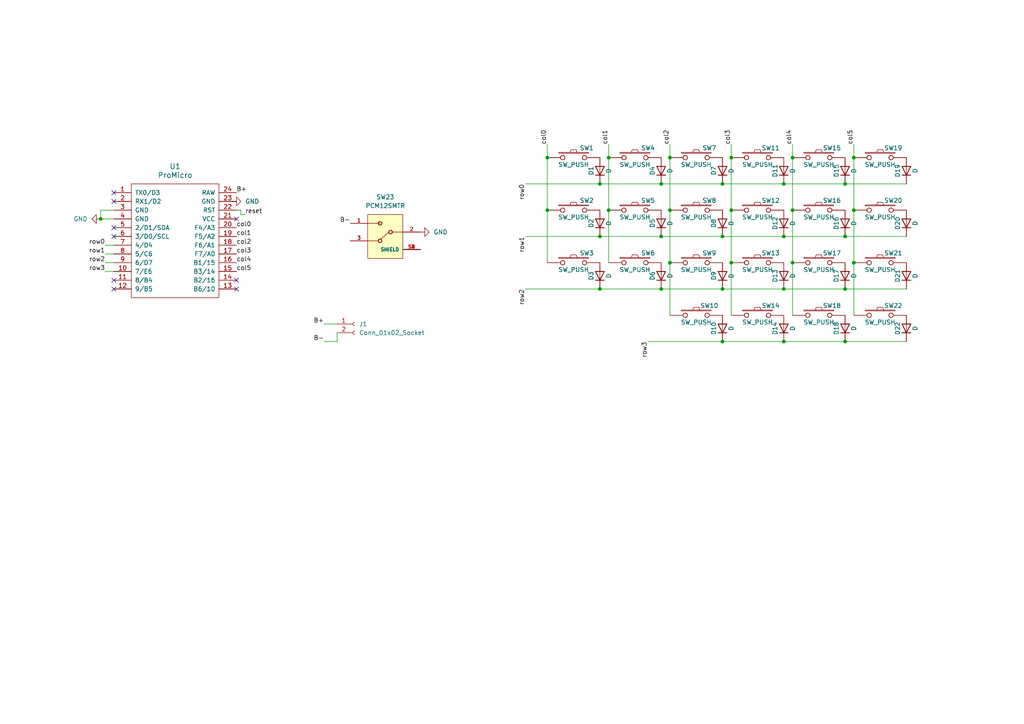
<source format=kicad_sch>
(kicad_sch (version 20231120) (generator "eeschema") (generator_version "8.0")
  (paper "A4")
  (lib_symbols
    (symbol "Connector:Conn_01x02_Socket" (pin_names (offset 1.016) hide)
      (property "Reference" "J" (at 0 2.54 0))
      (property "Value" "Conn_01x02_Socket" (at 0 -5.08 0))
      (symbol "Conn_01x02_Socket_1_1"
        (arc (start 0 -2.032) (mid -0.5058 -2.54) (end 0 -3.048) (stroke (width 0.1524)))
        (polyline (pts (xy -1.27 -2.54) (xy -0.508 -2.54)) (stroke (width 0.1524)))
        (polyline (pts (xy -1.27 0) (xy -0.508 0)) (stroke (width 0.1524)))
        (arc (start 0 0.508) (mid -0.5058 0) (end 0 -0.508) (stroke (width 0.1524)))
        (pin passive line (at -5.08 0 0) (length 3.81) (name "Pin_1") (number "1"))
        (pin passive line (at -5.08 -2.54 0) (length 3.81) (name "Pin_2") (number "2"))
      )
    )
    (symbol "Device:D" (pin_numbers hide) (pin_names (offset 1.016) hide)
      (property "Reference" "D" (at 0 2.54 0))
      (property "Value" "D" (at 0 -2.54 0))
      (symbol "D_0_1"
        (polyline (pts (xy -1.27 1.27) (xy -1.27 -1.27)) (stroke (width 0.254)))
        (polyline (pts (xy 1.27 0) (xy -1.27 0)))
        (polyline (pts (xy 1.27 1.27) (xy 1.27 -1.27) (xy -1.27 0) (xy 1.27 1.27)) (stroke (width 0.254)))
      )
      (symbol "D_1_1"
        (pin passive line (at -3.81 0 0) (length 2.54) (name "K") (number "1"))
        (pin passive line (at 3.81 0 180) (length 2.54) (name "A") (number "2"))
      )
    )
    (symbol "PCM_PCM12SMTR:PCM12SMTR" (pin_names (offset 1.016))
      (property "Reference" "SW" (at -5.0844 5.3386 0))
      (property "Value" "PCM12SMTR" (at -5.1814 -9.6619 0))
      (symbol "PCM12SMTR_0_0"
        (rectangle (start -5.08 -7.62) (end 5.08 5.08) (stroke (width 0.1524)) (fill (type background)))
        (circle (center -1.524 -2.54) (radius 0.508) (stroke (width 0.254)))
        (circle (center -1.524 2.54) (radius 0.508) (stroke (width 0.254)))
        (polyline (pts (xy -5.08 -2.54) (xy -2.032 -2.54)) (stroke (width 0.1524)))
        (polyline (pts (xy -5.08 2.54) (xy -1.524 2.54)) (stroke (width 0.1524)))
        (polyline (pts (xy 1.016 0) (xy -1.27 -2.032)) (stroke (width 0.1524)))
        (polyline (pts (xy 2.032 0) (xy 5.08 0)) (stroke (width 0.1524)))
        (circle (center 1.524 0) (radius 0.508) (stroke (width 0.254)))
        (pin passive line (at -10.16 2.54 0) (length 5.08) (name "~") (number "1"))
        (pin passive line (at 10.16 0 180) (length 5.08) (name "~") (number "2"))
        (pin passive line (at -10.16 -2.54 0) (length 5.08) (name "~") (number "3"))
        (pin passive line (at 10.16 -5.08 180) (length 5.08) (name "SHIELD") (number "S1"))
        (pin passive line (at 10.16 -5.08 180) (length 5.08) (name "SHIELD") (number "S2"))
        (pin passive line (at 10.16 -5.08 180) (length 5.08) (name "SHIELD") (number "S3"))
        (pin passive line (at 10.16 -5.08 180) (length 5.08) (name "SHIELD") (number "S4"))
      )
    )
    (symbol "corne-chocolate-rescue:SW_PUSH-kbd" (pin_numbers hide) (pin_names (offset 1.016) hide)
      (property "Reference" "SW" (at 3.81 2.794 0))
      (property "Value" "SW_PUSH-kbd" (at 0 -2.032 0))
      (symbol "SW_PUSH-kbd_0_1"
        (rectangle (start -4.318 1.27) (end 4.318 1.524))
        (polyline (pts (xy -1.016 1.524) (xy -0.762 2.286) (xy 0.762 2.286) (xy 1.016 1.524)))
        (pin passive inverted (at -7.62 0 0) (length 5.08) (name "1") (number "1"))
        (pin passive inverted (at 7.62 0 180) (length 5.08) (name "2") (number "2"))
      )
    )
    (symbol "kbd:ProMicro" (pin_names (offset 1.016))
      (property "Reference" "U" (at 0 19.05 0))
      (property "Value" "ProMicro" (at 0 -19.05 0))
      (symbol "ProMicro_0_1"
        (rectangle (start -12.7 16.51) (end 12.7 -16.51))
      )
      (symbol "ProMicro_1_1"
        (pin bidirectional line (at -17.78 13.97 0) (length 5.08) (name "TX0/D3") (number "1"))
        (pin bidirectional line (at -17.78 -8.89 0) (length 5.08) (name "7/E6") (number "10"))
        (pin bidirectional line (at -17.78 -11.43 0) (length 5.08) (name "8/B4") (number "11"))
        (pin bidirectional line (at -17.78 -13.97 0) (length 5.08) (name "9/B5") (number "12"))
        (pin bidirectional line (at 17.78 -13.97 180) (length 5.08) (name "B6/10") (number "13"))
        (pin bidirectional line (at 17.78 -11.43 180) (length 5.08) (name "B2/16") (number "14"))
        (pin bidirectional line (at 17.78 -8.89 180) (length 5.08) (name "B3/14") (number "15"))
        (pin bidirectional line (at 17.78 -6.35 180) (length 5.08) (name "B1/15") (number "16"))
        (pin bidirectional line (at 17.78 -3.81 180) (length 5.08) (name "F7/A0") (number "17"))
        (pin bidirectional line (at 17.78 -1.27 180) (length 5.08) (name "F6/A1") (number "18"))
        (pin bidirectional line (at 17.78 1.27 180) (length 5.08) (name "F5/A2") (number "19"))
        (pin bidirectional line (at -17.78 11.43 0) (length 5.08) (name "RX1/D2") (number "2"))
        (pin bidirectional line (at 17.78 3.81 180) (length 5.08) (name "F4/A3") (number "20"))
        (pin power_in line (at 17.78 6.35 180) (length 5.08) (name "VCC") (number "21"))
        (pin input line (at 17.78 8.89 180) (length 5.08) (name "RST") (number "22"))
        (pin power_in line (at 17.78 11.43 180) (length 5.08) (name "GND") (number "23"))
        (pin power_out line (at 17.78 13.97 180) (length 5.08) (name "RAW") (number "24"))
        (pin power_in line (at -17.78 8.89 0) (length 5.08) (name "GND") (number "3"))
        (pin power_in line (at -17.78 6.35 0) (length 5.08) (name "GND") (number "4"))
        (pin bidirectional line (at -17.78 3.81 0) (length 5.08) (name "2/D1/SDA") (number "5"))
        (pin bidirectional line (at -17.78 1.27 0) (length 5.08) (name "3/D0/SCL") (number "6"))
        (pin bidirectional line (at -17.78 -1.27 0) (length 5.08) (name "4/D4") (number "7"))
        (pin bidirectional line (at -17.78 -3.81 0) (length 5.08) (name "5/C6") (number "8"))
        (pin bidirectional line (at -17.78 -6.35 0) (length 5.08) (name "6/D7") (number "9"))
      )
    )
    (symbol "power:GND" (power) (pin_numbers hide) (pin_names (offset 0) hide)
      (property "Value" "GND" (at 0 -3.81 0))
      (symbol "GND_0_1"
        (polyline (pts (xy 0 0) (xy 0 -1.27) (xy 1.27 -1.27) (xy 0 -2.54) (xy -1.27 -1.27) (xy 0 -1.27)))
      )
      (symbol "GND_1_1"
        (pin power_in line (at 0 0 270) (length 0) (name "~") (number "1"))
      )
    )
  )
  (junction (at 227.33 99.06))
  (junction (at 176.53 60.96))
  (junction (at 191.77 83.82))
  (junction (at 158.75 60.96))
  (junction (at 209.55 83.82))
  (junction (at 173.99 83.82))
  (junction (at 209.55 68.58))
  (junction (at 173.99 68.58))
  (junction (at 194.31 45.72))
  (junction (at 227.33 68.58))
  (junction (at 227.33 83.82))
  (junction (at 209.55 53.34))
  (junction (at 247.65 76.2))
  (junction (at 245.11 68.58))
  (junction (at 229.87 76.2))
  (junction (at 229.87 60.96))
  (junction (at 29.21 63.5))
  (junction (at 212.09 45.72))
  (junction (at 212.09 60.96))
  (junction (at 245.11 99.06))
  (junction (at 247.65 45.72))
  (junction (at 209.55 99.06))
  (junction (at 245.11 83.82))
  (junction (at 191.77 68.58))
  (junction (at 191.77 53.34))
  (junction (at 158.75 45.72))
  (junction (at 212.09 76.2))
  (junction (at 247.65 60.96))
  (junction (at 245.11 53.34))
  (junction (at 194.31 60.96))
  (junction (at 227.33 53.34))
  (junction (at 194.31 76.2))
  (junction (at 229.87 45.72))
  (junction (at 176.53 45.72))
  (junction (at 173.99 53.34))
  (no_connect (at 33.02 81.28))
  (no_connect (at 68.58 63.5))
  (no_connect (at 68.58 81.28))
  (no_connect (at 33.02 55.88))
  (no_connect (at 33.02 68.58))
  (no_connect (at 33.02 58.42))
  (no_connect (at 68.58 83.82))
  (no_connect (at 33.02 83.82))
  (no_connect (at 33.02 66.04))
  (wire (pts (xy 33.02 60.96) (xy 29.21 60.96)))
  (wire (pts (xy 30.48 76.2) (xy 33.02 76.2)))
  (wire (pts (xy 209.55 99.06) (xy 227.33 99.06)))
  (wire (pts (xy 93.98 93.98) (xy 97.79 93.98)))
  (wire (pts (xy 227.33 68.58) (xy 245.11 68.58)))
  (wire (pts (xy 152.4 68.58) (xy 173.99 68.58)))
  (wire (pts (xy 229.87 76.2) (xy 229.87 91.44)))
  (wire (pts (xy 194.31 60.96) (xy 194.31 76.2)))
  (wire (pts (xy 229.87 41.91) (xy 229.87 45.72)))
  (wire (pts (xy 29.21 60.96) (xy 29.21 63.5)))
  (wire (pts (xy 173.99 83.82) (xy 191.77 83.82)))
  (wire (pts (xy 247.65 41.91) (xy 247.65 45.72)))
  (wire (pts (xy 245.11 83.82) (xy 262.89 83.82)))
  (wire (pts (xy 29.21 63.5) (xy 33.02 63.5)))
  (wire (pts (xy 247.65 45.72) (xy 247.65 60.96)))
  (wire (pts (xy 158.75 60.96) (xy 158.75 76.2)))
  (wire (pts (xy 176.53 60.96) (xy 176.53 76.2)))
  (wire (pts (xy 194.31 76.2) (xy 194.31 91.44)))
  (wire (pts (xy 30.48 71.12) (xy 33.02 71.12)))
  (wire (pts (xy 97.79 99.06) (xy 97.79 96.52)))
  (wire (pts (xy 212.09 60.96) (xy 212.09 76.2)))
  (wire (pts (xy 227.33 83.82) (xy 245.11 83.82)))
  (wire (pts (xy 212.09 41.91) (xy 212.09 45.72)))
  (wire (pts (xy 187.96 99.06) (xy 209.55 99.06)))
  (wire (pts (xy 229.87 60.96) (xy 229.87 76.2)))
  (wire (pts (xy 247.65 76.2) (xy 247.65 91.44)))
  (wire (pts (xy 247.65 60.96) (xy 247.65 76.2)))
  (wire (pts (xy 158.75 41.91) (xy 158.75 45.72)))
  (wire (pts (xy 69.85 62.23) (xy 69.85 60.96)))
  (wire (pts (xy 191.77 68.58) (xy 209.55 68.58)))
  (wire (pts (xy 71.12 62.23) (xy 69.85 62.23)))
  (wire (pts (xy 173.99 68.58) (xy 191.77 68.58)))
  (wire (pts (xy 30.48 78.74) (xy 33.02 78.74)))
  (wire (pts (xy 245.11 99.06) (xy 262.89 99.06)))
  (wire (pts (xy 152.4 83.82) (xy 173.99 83.82)))
  (wire (pts (xy 227.33 99.06) (xy 245.11 99.06)))
  (wire (pts (xy 69.85 60.96) (xy 68.58 60.96)))
  (wire (pts (xy 194.31 41.91) (xy 194.31 45.72)))
  (wire (pts (xy 245.11 68.58) (xy 262.89 68.58)))
  (wire (pts (xy 176.53 45.72) (xy 176.53 60.96)))
  (wire (pts (xy 209.55 83.82) (xy 227.33 83.82)))
  (wire (pts (xy 93.98 99.06) (xy 97.79 99.06)))
  (wire (pts (xy 30.48 73.66) (xy 33.02 73.66)))
  (wire (pts (xy 67.31 58.42) (xy 68.58 58.42)))
  (wire (pts (xy 212.09 76.2) (xy 212.09 91.44)))
  (wire (pts (xy 245.11 53.34) (xy 262.89 53.34)))
  (wire (pts (xy 173.99 53.34) (xy 191.77 53.34)))
  (wire (pts (xy 152.4 53.34) (xy 173.99 53.34)))
  (wire (pts (xy 229.87 45.72) (xy 229.87 60.96)))
  (wire (pts (xy 209.55 53.34) (xy 227.33 53.34)))
  (wire (pts (xy 194.31 45.72) (xy 194.31 60.96)))
  (wire (pts (xy 212.09 45.72) (xy 212.09 60.96)))
  (wire (pts (xy 191.77 83.82) (xy 209.55 83.82)))
  (wire (pts (xy 209.55 68.58) (xy 227.33 68.58)))
  (wire (pts (xy 158.75 45.72) (xy 158.75 60.96)))
  (wire (pts (xy 191.77 53.34) (xy 209.55 53.34)))
  (wire (pts (xy 176.53 41.91) (xy 176.53 45.72)))
  (wire (pts (xy 227.33 53.34) (xy 245.11 53.34)))
  (label "col2" (at 68.58 71.12 0))
  (label "col3" (at 212.09 41.91 90))
  (label "col1" (at 68.58 68.58 0))
  (label "row3" (at 30.48 78.74 180))
  (label "col0" (at 158.75 41.91 90))
  (label "col2" (at 194.31 41.91 90))
  (label "col1" (at 176.53 41.91 90))
  (label "row2" (at 152.4 83.82 270))
  (label "row1" (at 30.48 73.66 180))
  (label "row0" (at 30.48 71.12 180))
  (label "col0" (at 68.58 66.04 0))
  (label "col4" (at 229.87 41.91 90))
  (label "col5" (at 247.65 41.91 90))
  (label "col4" (at 68.58 76.2 0))
  (label "col3" (at 68.58 73.66 0))
  (label "B-" (at 93.98 99.06 180))
  (label "row0" (at 152.4 53.34 270))
  (label "B-" (at 101.6 64.77 180))
  (label "row2" (at 30.48 76.2 180))
  (label "col5" (at 68.58 78.74 0))
  (label "B+" (at 93.98 93.98 180))
  (label "reset" (at 71.12 62.23 0))
  (label "B+" (at 68.58 55.88 0))
  (label "row3" (at 187.96 99.06 270))
  (label "row1" (at 152.4 68.58 270))
  (symbol (lib_id "Device:D") (at 191.77 64.77 90) (unit 1)
    (property "Reference" "D5" (at 189.23 64.77 0))
    (property "Value" "D" (at 194.31 64.77 0))
    (property "Footprint" "Diode_SMD:Nexperia_CFP3_SOD-123W" (effects (hide yes)))
  )
  (symbol (lib_id "Device:D") (at 191.77 80.01 90) (unit 1)
    (property "Reference" "D6" (at 189.23 80.01 0))
    (property "Value" "D" (at 194.31 80.01 0))
    (property "Footprint" "Diode_SMD:Nexperia_CFP3_SOD-123W" (effects (hide yes)))
  )
  (symbol (lib_id "kbd:ProMicro") (at 50.8 69.85 0) (unit 1)
    (property "Reference" "U1" (at 50.8 48.26 0) (effects (font (size 1.524 1.524))))
    (property "Value" "ProMicro" (at 50.8 50.8 0) (effects (font (size 1.524 1.524))))
    (property "Footprint" "kbd:ProMicro" (effects (hide yes)))
  )
  (symbol (lib_id "Device:D") (at 227.33 80.01 90) (unit 1)
    (property "Reference" "D13" (at 224.79 80.01 0))
    (property "Value" "D" (at 229.87 80.01 0))
    (property "Footprint" "Diode_SMD:Nexperia_CFP3_SOD-123W" (effects (hide yes)))
  )
  (symbol (lib_id "Device:D") (at 227.33 95.25 90) (unit 1)
    (property "Reference" "D14" (at 224.79 95.25 0))
    (property "Value" "D" (at 229.87 95.25 0))
    (property "Footprint" "Diode_SMD:Nexperia_CFP3_SOD-123W" (effects (hide yes)))
  )
  (symbol (lib_id "corne-chocolate-rescue:SW_PUSH-kbd") (at 237.49 60.96 0) (unit 1)
    (property "Reference" "SW16" (at 241.3 58.166 0))
    (property "Value" "SW_PUSH" (at 237.49 62.992 0))
    (property "Footprint" "kbd:keyswitch_choc12_hotswap_1u" (effects (hide yes)))
  )
  (symbol (lib_id "corne-chocolate-rescue:SW_PUSH-kbd") (at 255.27 76.2 0) (unit 1)
    (property "Reference" "SW21" (at 259.08 73.406 0))
    (property "Value" "SW_PUSH" (at 255.27 78.232 0))
    (property "Footprint" "kbd:keyswitch_choc12_hotswap_1u" (effects (hide yes)))
  )
  (symbol (lib_id "corne-chocolate-rescue:SW_PUSH-kbd") (at 219.71 91.44 0) (unit 1)
    (property "Reference" "SW14" (at 223.52 88.646 0))
    (property "Value" "SW_PUSH" (at 219.71 93.472 0))
    (property "Footprint" "kbd:keyswitch_choc12_hotswap_1u" (effects (hide yes)))
  )
  (symbol (lib_id "Device:D") (at 173.99 49.53 90) (unit 1)
    (property "Reference" "D1" (at 171.45 49.53 0))
    (property "Value" "D" (at 176.53 49.53 0))
    (property "Footprint" "Diode_SMD:Nexperia_CFP3_SOD-123W" (effects (hide yes)))
  )
  (symbol (lib_id "corne-chocolate-rescue:SW_PUSH-kbd") (at 166.37 60.96 0) (unit 1)
    (property "Reference" "SW2" (at 170.18 58.166 0))
    (property "Value" "SW_PUSH" (at 166.37 62.992 0))
    (property "Footprint" "kbd:keyswitch_choc12_hotswap_1u" (effects (hide yes)))
  )
  (symbol (lib_id "Device:D") (at 262.89 64.77 90) (unit 1)
    (property "Reference" "D20" (at 260.35 64.77 0))
    (property "Value" "D" (at 265.43 64.77 0))
    (property "Footprint" "Diode_SMD:Nexperia_CFP3_SOD-123W" (effects (hide yes)))
  )
  (symbol (lib_id "corne-chocolate-rescue:SW_PUSH-kbd") (at 255.27 45.72 0) (unit 1)
    (property "Reference" "SW19" (at 259.08 42.926 0))
    (property "Value" "SW_PUSH" (at 255.27 47.752 0))
    (property "Footprint" "kbd:keyswitch_choc12_hotswap_1u" (effects (hide yes)))
  )
  (symbol (lib_id "corne-chocolate-rescue:SW_PUSH-kbd") (at 219.71 60.96 0) (unit 1)
    (property "Reference" "SW12" (at 223.52 58.166 0))
    (property "Value" "SW_PUSH" (at 219.71 62.992 0))
    (property "Footprint" "kbd:keyswitch_choc12_hotswap_1u" (effects (hide yes)))
  )
  (symbol (lib_id "corne-chocolate-rescue:SW_PUSH-kbd") (at 255.27 91.44 0) (unit 1)
    (property "Reference" "SW22" (at 259.08 88.646 0))
    (property "Value" "SW_PUSH" (at 255.27 93.472 0))
    (property "Footprint" "kbd:keyswitch_choc12_hotswap_1u" (effects (hide yes)))
  )
  (symbol (lib_id "Device:D") (at 262.89 49.53 90) (unit 1)
    (property "Reference" "D19" (at 260.35 49.53 0))
    (property "Value" "D" (at 265.43 49.53 0))
    (property "Footprint" "Diode_SMD:Nexperia_CFP3_SOD-123W" (effects (hide yes)))
  )
  (symbol (lib_id "Device:D") (at 209.55 49.53 90) (unit 1)
    (property "Reference" "D7" (at 207.01 49.53 0))
    (property "Value" "D" (at 212.09 49.53 0))
    (property "Footprint" "Diode_SMD:Nexperia_CFP3_SOD-123W" (effects (hide yes)))
  )
  (symbol (lib_id "Device:D") (at 173.99 80.01 90) (unit 1)
    (property "Reference" "D3" (at 171.45 80.01 0))
    (property "Value" "D" (at 176.53 80.01 0))
    (property "Footprint" "Diode_SMD:Nexperia_CFP3_SOD-123W" (effects (hide yes)))
  )
  (symbol (lib_id "corne-chocolate-rescue:SW_PUSH-kbd") (at 184.15 45.72 0) (unit 1)
    (property "Reference" "SW4" (at 187.96 42.926 0))
    (property "Value" "SW_PUSH" (at 184.15 47.752 0))
    (property "Footprint" "kbd:keyswitch_choc12_hotswap_1u" (effects (hide yes)))
  )
  (symbol (lib_id "Device:D") (at 209.55 64.77 90) (unit 1)
    (property "Reference" "D8" (at 207.01 64.77 0))
    (property "Value" "D" (at 212.09 64.77 0))
    (property "Footprint" "Diode_SMD:Nexperia_CFP3_SOD-123W" (effects (hide yes)))
  )
  (symbol (lib_id "Device:D") (at 209.55 80.01 90) (unit 1)
    (property "Reference" "D9" (at 207.01 80.01 0))
    (property "Value" "D" (at 212.09 80.01 0))
    (property "Footprint" "Diode_SMD:Nexperia_CFP3_SOD-123W" (effects (hide yes)))
  )
  (symbol (lib_id "Device:D") (at 191.77 49.53 90) (unit 1)
    (property "Reference" "D4" (at 189.23 49.53 0))
    (property "Value" "D" (at 194.31 49.53 0))
    (property "Footprint" "Diode_SMD:Nexperia_CFP3_SOD-123W" (effects (hide yes)))
  )
  (symbol (lib_id "corne-chocolate-rescue:SW_PUSH-kbd") (at 166.37 45.72 0) (unit 1)
    (property "Reference" "SW1" (at 170.18 42.926 0))
    (property "Value" "SW_PUSH" (at 166.37 47.752 0))
    (property "Footprint" "kbd:keyswitch_choc12_hotswap_1u" (effects (hide yes)))
  )
  (symbol (lib_id "Connector:Conn_01x02_Socket") (at 102.87 93.98 0) (unit 1)
    (property "Reference" "J1" (at 104.14 93.9799 0) (effects (justify left)))
    (property "Value" "Conn_01x02_Socket" (at 104.14 96.5199 0) (effects (justify left)))
    (property "Footprint" "Connector_JST:JST_EH_S2B-EH_1x02_P2.50mm_Horizontal" (effects (hide yes)))
    (property "Description" "Generic connector, single row, 01x02, script generated" (effects (hide yes)))
  )
  (symbol (lib_id "corne-chocolate-rescue:SW_PUSH-kbd") (at 184.15 76.2 0) (unit 1)
    (property "Reference" "SW6" (at 187.96 73.406 0))
    (property "Value" "SW_PUSH" (at 184.15 78.232 0))
    (property "Footprint" "kbd:keyswitch_choc12_hotswap_1u" (effects (hide yes)))
  )
  (symbol (lib_id "corne-chocolate-rescue:SW_PUSH-kbd") (at 237.49 91.44 0) (unit 1)
    (property "Reference" "SW18" (at 241.3 88.646 0))
    (property "Value" "SW_PUSH" (at 237.49 93.472 0))
    (property "Footprint" "kbd:keyswitch_choc12_hotswap_1u" (effects (hide yes)))
  )
  (symbol (lib_id "corne-chocolate-rescue:SW_PUSH-kbd") (at 166.37 76.2 0) (unit 1)
    (property "Reference" "SW3" (at 170.18 73.406 0))
    (property "Value" "SW_PUSH" (at 166.37 78.232 0))
    (property "Footprint" "kbd:keyswitch_choc12_hotswap_1u" (effects (hide yes)))
  )
  (symbol (lib_id "Device:D") (at 227.33 49.53 90) (unit 1)
    (property "Reference" "D11" (at 224.79 49.53 0))
    (property "Value" "D" (at 229.87 49.53 0))
    (property "Footprint" "Diode_SMD:Nexperia_CFP3_SOD-123W" (effects (hide yes)))
  )
  (symbol (lib_id "corne-chocolate-rescue:SW_PUSH-kbd") (at 219.71 76.2 0) (unit 1)
    (property "Reference" "SW13" (at 223.52 73.406 0))
    (property "Value" "SW_PUSH" (at 219.71 78.232 0))
    (property "Footprint" "kbd:keyswitch_choc12_hotswap_1u" (effects (hide yes)))
  )
  (symbol (lib_id "power:GND") (at 67.31 58.42 90) (unit 1)
    (property "Reference" "#PWR05" (effects (hide yes)))
    (property "Value" "GND" (at 71.12 58.4199 90) (effects (justify right)))
    (property "Description" "Power symbol creates a global label with name \"GND\" , ground" (effects (hide yes)))
  )
  (symbol (lib_id "power:GND") (at 121.92 67.31 90) (unit 1)
    (property "Reference" "#PWR06" (effects (hide yes)))
    (property "Value" "GND" (at 125.73 67.3099 90) (effects (justify right)))
    (property "Description" "Power symbol creates a global label with name \"GND\" , ground" (effects (hide yes)))
  )
  (symbol (lib_id "corne-chocolate-rescue:SW_PUSH-kbd") (at 201.93 76.2 0) (unit 1)
    (property "Reference" "SW9" (at 205.74 73.406 0))
    (property "Value" "SW_PUSH" (at 201.93 78.232 0))
    (property "Footprint" "kbd:keyswitch_choc12_hotswap_1u" (effects (hide yes)))
  )
  (symbol (lib_id "Device:D") (at 173.99 64.77 90) (unit 1)
    (property "Reference" "D2" (at 171.45 64.77 0))
    (property "Value" "D" (at 176.53 64.77 0))
    (property "Footprint" "Diode_SMD:Nexperia_CFP3_SOD-123W" (effects (hide yes)))
  )
  (symbol (lib_id "Device:D") (at 245.11 95.25 90) (unit 1)
    (property "Reference" "D18" (at 242.57 95.25 0))
    (property "Value" "D" (at 247.65 95.25 0))
    (property "Footprint" "Diode_SMD:Nexperia_CFP3_SOD-123W" (effects (hide yes)))
  )
  (symbol (lib_id "corne-chocolate-rescue:SW_PUSH-kbd") (at 219.71 45.72 0) (unit 1)
    (property "Reference" "SW11" (at 223.52 42.926 0))
    (property "Value" "SW_PUSH" (at 219.71 47.752 0))
    (property "Footprint" "kbd:keyswitch_choc12_hotswap_1u" (effects (hide yes)))
  )
  (symbol (lib_id "corne-chocolate-rescue:SW_PUSH-kbd") (at 237.49 76.2 0) (unit 1)
    (property "Reference" "SW17" (at 241.3 73.406 0))
    (property "Value" "SW_PUSH" (at 237.49 78.232 0))
    (property "Footprint" "kbd:keyswitch_choc12_hotswap_1u" (effects (hide yes)))
  )
  (symbol (lib_id "Device:D") (at 245.11 49.53 90) (unit 1)
    (property "Reference" "D15" (at 242.57 49.53 0))
    (property "Value" "D" (at 247.65 49.53 0))
    (property "Footprint" "Diode_SMD:Nexperia_CFP3_SOD-123W" (effects (hide yes)))
  )
  (symbol (lib_id "power:GND") (at 29.21 63.5 270) (unit 1)
    (property "Reference" "#PWR04" (effects (hide yes)))
    (property "Value" "GND" (at 25.4 63.4999 90) (effects (justify right)))
    (property "Description" "Power symbol creates a global label with name \"GND\" , ground" (effects (hide yes)))
  )
  (symbol (lib_id "Device:D") (at 245.11 64.77 90) (unit 1)
    (property "Reference" "D16" (at 242.57 64.77 0))
    (property "Value" "D" (at 247.65 64.77 0))
    (property "Footprint" "Diode_SMD:Nexperia_CFP3_SOD-123W" (effects (hide yes)))
  )
  (symbol (lib_id "corne-chocolate-rescue:SW_PUSH-kbd") (at 201.93 45.72 0) (unit 1)
    (property "Reference" "SW7" (at 205.74 42.926 0))
    (property "Value" "SW_PUSH" (at 201.93 47.752 0))
    (property "Footprint" "kbd:keyswitch_choc12_hotswap_1u" (effects (hide yes)))
  )
  (symbol (lib_id "corne-chocolate-rescue:SW_PUSH-kbd") (at 255.27 60.96 0) (unit 1)
    (property "Reference" "SW20" (at 259.08 58.166 0))
    (property "Value" "SW_PUSH" (at 255.27 62.992 0))
    (property "Footprint" "kbd:keyswitch_choc12_hotswap_1u" (effects (hide yes)))
  )
  (symbol (lib_id "Device:D") (at 262.89 80.01 90) (unit 1)
    (property "Reference" "D21" (at 260.35 80.01 0))
    (property "Value" "D" (at 265.43 80.01 0))
    (property "Footprint" "Diode_SMD:Nexperia_CFP3_SOD-123W" (effects (hide yes)))
  )
  (symbol (lib_id "PCM_PCM12SMTR:PCM12SMTR") (at 111.76 67.31 0) (unit 1)
    (property "Reference" "SW23" (at 111.76 57.15 0))
    (property "Value" "PCM12SMTR" (at 111.76 59.69 0))
    (property "Footprint" "Button_Switch_SMD:SW_SPDT_PCM12" (effects (hide yes)))
    (property "STANDARD" "Manufacturer Recommendation" (effects (hide yes)))
    (property "MANUFACTURER" "C&K" (effects (hide yes)))
  )
  (symbol (lib_id "corne-chocolate-rescue:SW_PUSH-kbd") (at 201.93 60.96 0) (unit 1)
    (property "Reference" "SW8" (at 205.74 58.166 0))
    (property "Value" "SW_PUSH" (at 201.93 62.992 0))
    (property "Footprint" "kbd:keyswitch_choc12_hotswap_1u" (effects (hide yes)))
  )
  (symbol (lib_id "Device:D") (at 227.33 64.77 90) (unit 1)
    (property "Reference" "D12" (at 224.79 64.77 0))
    (property "Value" "D" (at 229.87 64.77 0))
    (property "Footprint" "Diode_SMD:Nexperia_CFP3_SOD-123W" (effects (hide yes)))
  )
  (symbol (lib_id "Device:D") (at 262.89 95.25 90) (unit 1)
    (property "Reference" "D22" (at 260.35 95.25 0))
    (property "Value" "D" (at 265.43 95.25 0))
    (property "Footprint" "Diode_SMD:Nexperia_CFP3_SOD-123W" (effects (hide yes)))
  )
  (symbol (lib_id "corne-chocolate-rescue:SW_PUSH-kbd") (at 201.93 91.44 0) (unit 1)
    (property "Reference" "SW10" (at 205.74 88.646 0))
    (property "Value" "SW_PUSH" (at 201.93 93.472 0))
    (property "Footprint" "kbd:keyswitch_choc12_hotswap_1u" (effects (hide yes)))
  )
  (symbol (lib_id "corne-chocolate-rescue:SW_PUSH-kbd") (at 237.49 45.72 0) (unit 1)
    (property "Reference" "SW15" (at 241.3 42.926 0))
    (property "Value" "SW_PUSH" (at 237.49 47.752 0))
    (property "Footprint" "kbd:keyswitch_choc12_hotswap_1u" (effects (hide yes)))
  )
  (symbol (lib_id "Device:D") (at 209.55 95.25 90) (unit 1)
    (property "Reference" "D10" (at 207.01 95.25 0))
    (property "Value" "D" (at 212.09 95.25 0))
    (property "Footprint" "Diode_SMD:Nexperia_CFP3_SOD-123W" (effects (hide yes)))
  )
  (symbol (lib_id "corne-chocolate-rescue:SW_PUSH-kbd") (at 184.15 60.96 0) (unit 1)
    (property "Reference" "SW5" (at 187.96 58.166 0))
    (property "Value" "SW_PUSH" (at 184.15 62.992 0))
    (property "Footprint" "kbd:keyswitch_choc12_hotswap_1u" (effects (hide yes)))
  )
  (symbol (lib_id "Device:D") (at 245.11 80.01 90) (unit 1)
    (property "Reference" "D17" (at 242.57 80.01 0))
    (property "Value" "D" (at 247.65 80.01 0))
    (property "Footprint" "Diode_SMD:Nexperia_CFP3_SOD-123W" (effects (hide yes)))
  )
)
</source>
